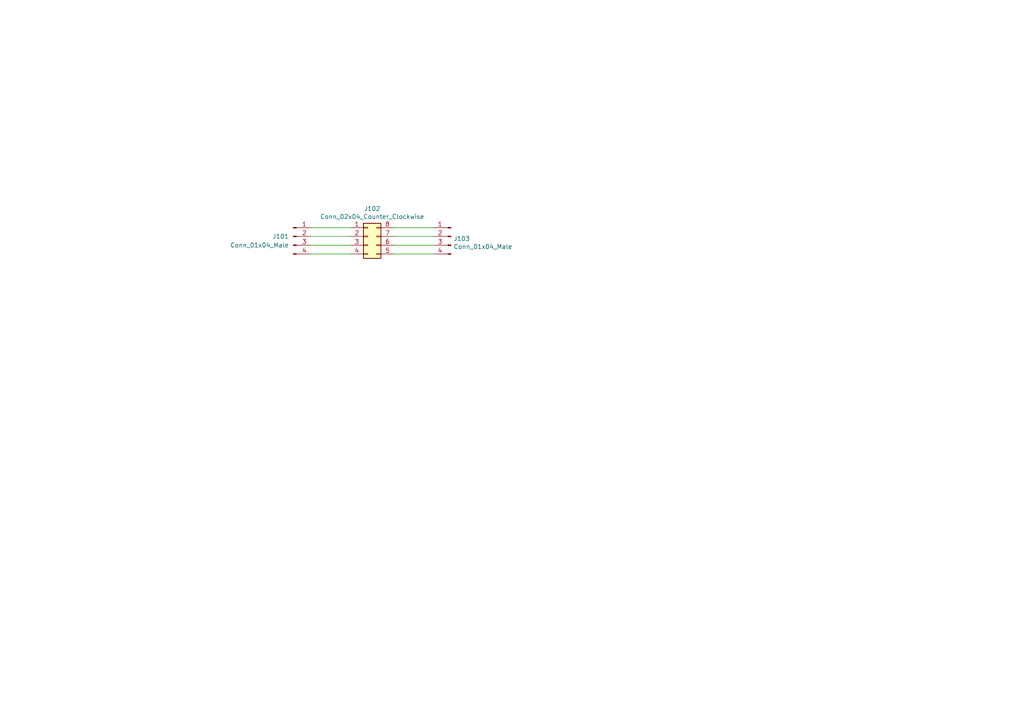
<source format=kicad_sch>
(kicad_sch (version 20211123) (generator eeschema)
  (paper "A4")
  (lib_symbols
    (symbol "Connector:Conn_01x04_Male" (pin_names (offset 1.016) hide)
      (property "Reference" "J" (at 0 5.08 0))
      (property "Value" "Conn_01x04_Male" (at 0 -7.62 0))
      (symbol "Conn_01x04_Male_1_1"
        (polyline (pts (xy 1.27 -5.08) (xy 0.8636 -5.08)) (stroke (width 0.1524)))
        (polyline (pts (xy 1.27 -2.54) (xy 0.8636 -2.54)) (stroke (width 0.1524)))
        (polyline (pts (xy 1.27 0) (xy 0.8636 0)) (stroke (width 0.1524)))
        (polyline (pts (xy 1.27 2.54) (xy 0.8636 2.54)) (stroke (width 0.1524)))
        (rectangle (start 0.8636 -4.953) (end 0 -5.207) (stroke (width 0.1524)) (fill (type outline)))
        (rectangle (start 0.8636 -2.413) (end 0 -2.667) (stroke (width 0.1524)) (fill (type outline)))
        (rectangle (start 0.8636 0.127) (end 0 -0.127) (stroke (width 0.1524)) (fill (type outline)))
        (rectangle (start 0.8636 2.667) (end 0 2.413) (stroke (width 0.1524)) (fill (type outline)))
        (pin passive line (at 5.08 2.54 180) (length 3.81) (name "Pin_1") (number "1"))
        (pin passive line (at 5.08 0 180) (length 3.81) (name "Pin_2") (number "2"))
        (pin passive line (at 5.08 -2.54 180) (length 3.81) (name "Pin_3") (number "3"))
        (pin passive line (at 5.08 -5.08 180) (length 3.81) (name "Pin_4") (number "4"))
      )
    )
    (symbol "Connector_Generic:Conn_02x04_Counter_Clockwise" (pin_names (offset 1.016) hide)
      (property "Reference" "J" (at 1.27 5.08 0))
      (property "Value" "Conn_02x04_Counter_Clockwise" (at 1.27 -7.62 0))
      (symbol "Conn_02x04_Counter_Clockwise_1_1"
        (rectangle (start -1.27 -4.953) (end 0 -5.207) (stroke (width 0.1524)))
        (rectangle (start -1.27 -2.413) (end 0 -2.667) (stroke (width 0.1524)))
        (rectangle (start -1.27 0.127) (end 0 -0.127) (stroke (width 0.1524)))
        (rectangle (start -1.27 2.667) (end 0 2.413) (stroke (width 0.1524)))
        (rectangle (start -1.27 3.81) (end 3.81 -6.35) (stroke (width 0.254)) (fill (type background)))
        (rectangle (start 3.81 -4.953) (end 2.54 -5.207) (stroke (width 0.1524)))
        (rectangle (start 3.81 -2.413) (end 2.54 -2.667) (stroke (width 0.1524)))
        (rectangle (start 3.81 0.127) (end 2.54 -0.127) (stroke (width 0.1524)))
        (rectangle (start 3.81 2.667) (end 2.54 2.413) (stroke (width 0.1524)))
        (pin passive line (at -5.08 2.54 0) (length 3.81) (name "Pin_1") (number "1"))
        (pin passive line (at -5.08 0 0) (length 3.81) (name "Pin_2") (number "2"))
        (pin passive line (at -5.08 -2.54 0) (length 3.81) (name "Pin_3") (number "3"))
        (pin passive line (at -5.08 -5.08 0) (length 3.81) (name "Pin_4") (number "4"))
        (pin passive line (at 7.62 -5.08 180) (length 3.81) (name "Pin_5") (number "5"))
        (pin passive line (at 7.62 -2.54 180) (length 3.81) (name "Pin_6") (number "6"))
        (pin passive line (at 7.62 0 180) (length 3.81) (name "Pin_7") (number "7"))
        (pin passive line (at 7.62 2.54 180) (length 3.81) (name "Pin_8") (number "8"))
      )
    )
  )
  (wire (pts (xy 114.3 71.12) (xy 125.73 71.12)))
  (wire (pts (xy 114.3 73.66) (xy 125.73 73.66)))
  (wire (pts (xy 90.17 71.12) (xy 101.6 71.12)))
  (wire (pts (xy 114.3 68.58) (xy 125.73 68.58)))
  (wire (pts (xy 90.17 73.66) (xy 101.6 73.66)))
  (wire (pts (xy 90.17 66.04) (xy 101.6 66.04)))
  (wire (pts (xy 114.3 66.04) (xy 125.73 66.04)))
  (wire (pts (xy 90.17 68.58) (xy 101.6 68.58)))
  (symbol (lib_id "Connector_Generic:Conn_02x04_Counter_Clockwise") (at 106.68 68.58 0) (unit 1)
    (property "Reference" "J102" (at 107.95 60.5282 0))
    (property "Value" "Conn_02x04_Counter_Clockwise" (at 107.95 62.8396 0))
    (property "Footprint" "Package_SO:SOIC-8_3.9x4.9mm_P1.27mm" (effects hide))
  )
  (symbol (lib_id "Connector:Conn_01x04_Male") (at 130.81 68.58 0) (mirror y) (unit 1)
    (property "Reference" "J103" (at 131.5212 69.2404 0) (effects (justify right)))
    (property "Value" "Conn_01x04_Male" (at 131.5212 71.5518 0) (effects (justify right)))
    (property "Footprint" "Connector_PinHeader_2.54mm:PinHeader_1x04_P2.54mm_Vertical" (effects hide))
  )
  (symbol (lib_id "Connector:Conn_01x04_Male") (at 85.09 68.58 0) (unit 1)
    (property "Reference" "J101" (at 83.82 68.5799 0) (effects (justify right)))
    (property "Value" "Conn_01x04_Male" (at 83.82 71.1199 0) (effects (justify right)))
    (property "Footprint" "Connector_PinHeader_2.54mm:PinHeader_1x04_P2.54mm_Vertical" (effects hide))
  )
)
</source>
